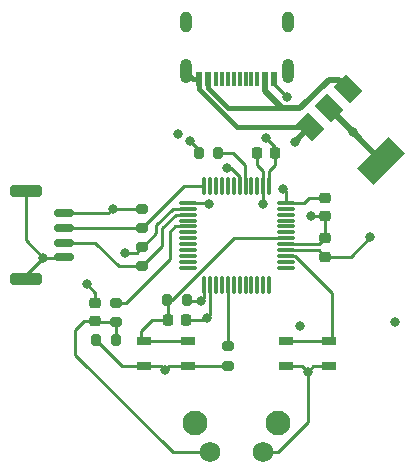
<source format=gbr>
%TF.GenerationSoftware,KiCad,Pcbnew,7.0.7*%
%TF.CreationDate,2023-10-08T16:19:16+08:00*%
%TF.ProjectId,RM_47mm,524d5f34-376d-46d2-9e6b-696361645f70,rev?*%
%TF.SameCoordinates,Original*%
%TF.FileFunction,Copper,L4,Bot*%
%TF.FilePolarity,Positive*%
%FSLAX46Y46*%
G04 Gerber Fmt 4.6, Leading zero omitted, Abs format (unit mm)*
G04 Created by KiCad (PCBNEW 7.0.7) date 2023-10-08 16:19:16*
%MOMM*%
%LPD*%
G01*
G04 APERTURE LIST*
G04 Aperture macros list*
%AMRoundRect*
0 Rectangle with rounded corners*
0 $1 Rounding radius*
0 $2 $3 $4 $5 $6 $7 $8 $9 X,Y pos of 4 corners*
0 Add a 4 corners polygon primitive as box body*
4,1,4,$2,$3,$4,$5,$6,$7,$8,$9,$2,$3,0*
0 Add four circle primitives for the rounded corners*
1,1,$1+$1,$2,$3*
1,1,$1+$1,$4,$5*
1,1,$1+$1,$6,$7*
1,1,$1+$1,$8,$9*
0 Add four rect primitives between the rounded corners*
20,1,$1+$1,$2,$3,$4,$5,0*
20,1,$1+$1,$4,$5,$6,$7,0*
20,1,$1+$1,$6,$7,$8,$9,0*
20,1,$1+$1,$8,$9,$2,$3,0*%
%AMRotRect*
0 Rectangle, with rotation*
0 The origin of the aperture is its center*
0 $1 length*
0 $2 width*
0 $3 Rotation angle, in degrees counterclockwise*
0 Add horizontal line*
21,1,$1,$2,0,0,$3*%
G04 Aperture macros list end*
%TA.AperFunction,SMDPad,CuDef*%
%ADD10RoundRect,0.200000X0.275000X-0.200000X0.275000X0.200000X-0.275000X0.200000X-0.275000X-0.200000X0*%
%TD*%
%TA.AperFunction,SMDPad,CuDef*%
%ADD11RoundRect,0.200000X-0.200000X-0.275000X0.200000X-0.275000X0.200000X0.275000X-0.200000X0.275000X0*%
%TD*%
%TA.AperFunction,SMDPad,CuDef*%
%ADD12RoundRect,0.075000X0.662500X0.075000X-0.662500X0.075000X-0.662500X-0.075000X0.662500X-0.075000X0*%
%TD*%
%TA.AperFunction,SMDPad,CuDef*%
%ADD13RoundRect,0.075000X0.075000X0.662500X-0.075000X0.662500X-0.075000X-0.662500X0.075000X-0.662500X0*%
%TD*%
%TA.AperFunction,SMDPad,CuDef*%
%ADD14R,1.220850X0.660950*%
%TD*%
%TA.AperFunction,SMDPad,CuDef*%
%ADD15R,1.167700X0.647659*%
%TD*%
%TA.AperFunction,SMDPad,CuDef*%
%ADD16R,1.220860X0.646345*%
%TD*%
%TA.AperFunction,SMDPad,CuDef*%
%ADD17R,1.173396X0.650216*%
%TD*%
%TA.AperFunction,SMDPad,CuDef*%
%ADD18RoundRect,0.225000X-0.250000X0.225000X-0.250000X-0.225000X0.250000X-0.225000X0.250000X0.225000X0*%
%TD*%
%TA.AperFunction,SMDPad,CuDef*%
%ADD19RoundRect,0.225000X0.225000X0.250000X-0.225000X0.250000X-0.225000X-0.250000X0.225000X-0.250000X0*%
%TD*%
%TA.AperFunction,SMDPad,CuDef*%
%ADD20RoundRect,0.225000X0.250000X-0.225000X0.250000X0.225000X-0.250000X0.225000X-0.250000X-0.225000X0*%
%TD*%
%TA.AperFunction,SMDPad,CuDef*%
%ADD21R,0.600000X1.240000*%
%TD*%
%TA.AperFunction,SMDPad,CuDef*%
%ADD22R,0.300000X1.240000*%
%TD*%
%TA.AperFunction,ComponentPad*%
%ADD23O,1.000000X1.800000*%
%TD*%
%TA.AperFunction,ComponentPad*%
%ADD24O,1.000000X2.100000*%
%TD*%
%TA.AperFunction,SMDPad,CuDef*%
%ADD25RoundRect,0.150000X0.700000X-0.150000X0.700000X0.150000X-0.700000X0.150000X-0.700000X-0.150000X0*%
%TD*%
%TA.AperFunction,SMDPad,CuDef*%
%ADD26RoundRect,0.250000X1.100000X-0.250000X1.100000X0.250000X-1.100000X0.250000X-1.100000X-0.250000X0*%
%TD*%
%TA.AperFunction,SMDPad,CuDef*%
%ADD27RoundRect,0.200000X-0.275000X0.200000X-0.275000X-0.200000X0.275000X-0.200000X0.275000X0.200000X0*%
%TD*%
%TA.AperFunction,SMDPad,CuDef*%
%ADD28RotRect,2.000000X1.500000X315.000000*%
%TD*%
%TA.AperFunction,SMDPad,CuDef*%
%ADD29RotRect,2.000000X3.800000X315.000000*%
%TD*%
%TA.AperFunction,SMDPad,CuDef*%
%ADD30RoundRect,0.200000X0.200000X0.275000X-0.200000X0.275000X-0.200000X-0.275000X0.200000X-0.275000X0*%
%TD*%
%TA.AperFunction,ComponentPad*%
%ADD31C,2.100000*%
%TD*%
%TA.AperFunction,ComponentPad*%
%ADD32C,1.750000*%
%TD*%
%TA.AperFunction,SMDPad,CuDef*%
%ADD33R,1.251471X0.645202*%
%TD*%
%TA.AperFunction,SMDPad,CuDef*%
%ADD34R,1.195849X0.659990*%
%TD*%
%TA.AperFunction,SMDPad,CuDef*%
%ADD35R,1.251471X0.650765*%
%TD*%
%TA.AperFunction,SMDPad,CuDef*%
%ADD36R,1.195849X0.657460*%
%TD*%
%TA.AperFunction,ViaPad*%
%ADD37C,0.800000*%
%TD*%
%TA.AperFunction,Conductor*%
%ADD38C,0.250000*%
%TD*%
%TA.AperFunction,Conductor*%
%ADD39C,0.500000*%
%TD*%
%TA.AperFunction,Conductor*%
%ADD40C,0.400000*%
%TD*%
G04 APERTURE END LIST*
D10*
%TO.P,R7,1*%
%TO.N,Net-(SW3-3)*%
X139783288Y-107336708D03*
%TO.P,R7,2*%
%TO.N,/Button_LED*%
X139783288Y-105686708D03*
%TD*%
%TO.P,R3,1*%
%TO.N,/SWCLK*%
X142018127Y-99380570D03*
%TO.P,R3,2*%
%TO.N,/VCC_3V3*%
X142018127Y-97730570D03*
%TD*%
D11*
%TO.P,R4,1*%
%TO.N,Earth*%
X146775000Y-93000000D03*
%TO.P,R4,2*%
%TO.N,/BOOT0*%
X148425000Y-93000000D03*
%TD*%
D12*
%TO.P,U1,1,VBAT*%
%TO.N,/VCC_3V3*%
X154162500Y-97250000D03*
%TO.P,U1,2,PC13*%
%TO.N,unconnected-(U1-PC13-Pad2)*%
X154162500Y-97750000D03*
%TO.P,U1,3,PC14*%
%TO.N,unconnected-(U1-PC14-Pad3)*%
X154162500Y-98250000D03*
%TO.P,U1,4,PC15*%
%TO.N,unconnected-(U1-PC15-Pad4)*%
X154162500Y-98750000D03*
%TO.P,U1,5,PD0*%
%TO.N,unconnected-(U1-PD0-Pad5)*%
X154162500Y-99250000D03*
%TO.P,U1,6,PD1*%
%TO.N,unconnected-(U1-PD1-Pad6)*%
X154162500Y-99750000D03*
%TO.P,U1,7,NRST*%
%TO.N,/RESET*%
X154162500Y-100250000D03*
%TO.P,U1,8,VSSA*%
%TO.N,Earth*%
X154162500Y-100750000D03*
%TO.P,U1,9,VDDA*%
%TO.N,/VCC_3V3*%
X154162500Y-101250000D03*
%TO.P,U1,10,PA0*%
%TO.N,/WKUP*%
X154162500Y-101750000D03*
%TO.P,U1,11,PA1*%
%TO.N,unconnected-(U1-PA1-Pad11)*%
X154162500Y-102250000D03*
%TO.P,U1,12,PA2*%
%TO.N,unconnected-(U1-PA2-Pad12)*%
X154162500Y-102750000D03*
D13*
%TO.P,U1,13,PA3*%
%TO.N,unconnected-(U1-PA3-Pad13)*%
X152750000Y-104162500D03*
%TO.P,U1,14,PA4*%
%TO.N,unconnected-(U1-PA4-Pad14)*%
X152250000Y-104162500D03*
%TO.P,U1,15,PA5*%
%TO.N,unconnected-(U1-PA5-Pad15)*%
X151750000Y-104162500D03*
%TO.P,U1,16,PA6*%
%TO.N,unconnected-(U1-PA6-Pad16)*%
X151250000Y-104162500D03*
%TO.P,U1,17,PA7*%
%TO.N,unconnected-(U1-PA7-Pad17)*%
X150750000Y-104162500D03*
%TO.P,U1,18,PB0*%
%TO.N,unconnected-(U1-PB0-Pad18)*%
X150250000Y-104162500D03*
%TO.P,U1,19,PB1*%
%TO.N,unconnected-(U1-PB1-Pad19)*%
X149750000Y-104162500D03*
%TO.P,U1,20,PB2*%
%TO.N,/BOOT1{slash}PB2*%
X149250000Y-104162500D03*
%TO.P,U1,21,PB10*%
%TO.N,unconnected-(U1-PB10-Pad21)*%
X148750000Y-104162500D03*
%TO.P,U1,22,PB11*%
%TO.N,unconnected-(U1-PB11-Pad22)*%
X148250000Y-104162500D03*
%TO.P,U1,23,VSS*%
%TO.N,Earth*%
X147750000Y-104162500D03*
%TO.P,U1,24,VDD*%
%TO.N,/VCC_3V3*%
X147250000Y-104162500D03*
D12*
%TO.P,U1,25,PB12*%
%TO.N,unconnected-(U1-PB12-Pad25)*%
X145837500Y-102750000D03*
%TO.P,U1,26,PB13*%
%TO.N,unconnected-(U1-PB13-Pad26)*%
X145837500Y-102250000D03*
%TO.P,U1,27,PB14*%
%TO.N,unconnected-(U1-PB14-Pad27)*%
X145837500Y-101750000D03*
%TO.P,U1,28,PB15*%
%TO.N,unconnected-(U1-PB15-Pad28)*%
X145837500Y-101250000D03*
%TO.P,U1,29,PA8*%
%TO.N,unconnected-(U1-PA8-Pad29)*%
X145837500Y-100750000D03*
%TO.P,U1,30,PA9*%
%TO.N,unconnected-(U1-PA9-Pad30)*%
X145837500Y-100250000D03*
%TO.P,U1,31,PA10*%
%TO.N,unconnected-(U1-PA10-Pad31)*%
X145837500Y-99750000D03*
%TO.P,U1,32,PA11*%
%TO.N,/Button_LED*%
X145837500Y-99250000D03*
%TO.P,U1,33,PA12*%
%TO.N,unconnected-(U1-PA12-Pad33)*%
X145837500Y-98750000D03*
%TO.P,U1,34,PA13*%
%TO.N,/SWDIO*%
X145837500Y-98250000D03*
%TO.P,U1,35,VSS*%
%TO.N,Earth*%
X145837500Y-97750000D03*
%TO.P,U1,36,VDD*%
%TO.N,/VCC_3V3*%
X145837500Y-97250000D03*
D13*
%TO.P,U1,37,PA14*%
%TO.N,/SWCLK*%
X147250000Y-95837500D03*
%TO.P,U1,38,PA15*%
%TO.N,unconnected-(U1-PA15-Pad38)*%
X147750000Y-95837500D03*
%TO.P,U1,39,PB3*%
%TO.N,unconnected-(U1-PB3-Pad39)*%
X148250000Y-95837500D03*
%TO.P,U1,40,PB4*%
%TO.N,unconnected-(U1-PB4-Pad40)*%
X148750000Y-95837500D03*
%TO.P,U1,41,PB5*%
%TO.N,unconnected-(U1-PB5-Pad41)*%
X149250000Y-95837500D03*
%TO.P,U1,42,PB6*%
%TO.N,unconnected-(U1-PB6-Pad42)*%
X149750000Y-95837500D03*
%TO.P,U1,43,PB7*%
%TO.N,/LED_IN*%
X150250000Y-95837500D03*
%TO.P,U1,44,BOOT0*%
%TO.N,/BOOT0*%
X150750000Y-95837500D03*
%TO.P,U1,45,PB8*%
%TO.N,unconnected-(U1-PB8-Pad45)*%
X151250000Y-95837500D03*
%TO.P,U1,46,PB9*%
%TO.N,unconnected-(U1-PB9-Pad46)*%
X151750000Y-95837500D03*
%TO.P,U1,47,VSS*%
%TO.N,Earth*%
X152250000Y-95837500D03*
%TO.P,U1,48,VDD*%
%TO.N,/VCC_3V3*%
X152750000Y-95837500D03*
%TD*%
D14*
%TO.P,SW2,1,1*%
%TO.N,/WKUP*%
X157855601Y-108919525D03*
D15*
X154145540Y-108926171D03*
D16*
%TO.P,SW2,2,2*%
%TO.N,/VCC_3V3*%
X157855606Y-111076747D03*
D17*
X154148388Y-111074885D03*
%TD*%
D18*
%TO.P,C9,1*%
%TO.N,/VCC_3V3*%
X157480000Y-96805000D03*
%TO.P,C9,2*%
%TO.N,Earth*%
X157480000Y-98355000D03*
%TD*%
D19*
%TO.P,C11,1*%
%TO.N,/VCC_3V3*%
X153275000Y-93000000D03*
%TO.P,C11,2*%
%TO.N,Earth*%
X151725000Y-93000000D03*
%TD*%
%TO.P,C12,1*%
%TO.N,Earth*%
X145705537Y-107172023D03*
%TO.P,C12,2*%
%TO.N,/RESET*%
X144155537Y-107172023D03*
%TD*%
D20*
%TO.P,C13,1*%
%TO.N,Net-(SW3-3)*%
X138039859Y-107289498D03*
%TO.P,C13,2*%
%TO.N,/VCC_3V3*%
X138039859Y-105739498D03*
%TD*%
D21*
%TO.P,J1,A1,GND*%
%TO.N,Earth*%
X146800000Y-86725000D03*
%TO.P,J1,A4,VBUS*%
%TO.N,/VCC_5V*%
X147600000Y-86725000D03*
D22*
%TO.P,J1,A5,CC1*%
%TO.N,unconnected-(J1-CC1-PadA5)*%
X148750000Y-86725000D03*
%TO.P,J1,A6,D+*%
%TO.N,unconnected-(J1-D+-PadA6)*%
X149750000Y-86725000D03*
%TO.P,J1,A7,D-*%
%TO.N,unconnected-(J1-D--PadA7)*%
X150250000Y-86725000D03*
%TO.P,J1,A8,SBU1*%
%TO.N,unconnected-(J1-SBU1-PadA8)*%
X151250000Y-86725000D03*
D21*
%TO.P,J1,A9,VBUS*%
%TO.N,/VCC_5V*%
X152400000Y-86725000D03*
%TO.P,J1,A12,GND*%
%TO.N,Earth*%
X153200000Y-86725000D03*
%TO.P,J1,B1,GND*%
X153200000Y-86725000D03*
%TO.P,J1,B4,VBUS*%
%TO.N,/VCC_5V*%
X152400000Y-86725000D03*
D22*
%TO.P,J1,B5,CC2*%
%TO.N,unconnected-(J1-CC2-PadB5)*%
X151750000Y-86725000D03*
%TO.P,J1,B6,D+*%
%TO.N,unconnected-(J1-D+-PadB6)*%
X150750000Y-86725000D03*
%TO.P,J1,B7,D-*%
%TO.N,unconnected-(J1-D--PadB7)*%
X149250000Y-86725000D03*
%TO.P,J1,B8,SBU2*%
%TO.N,unconnected-(J1-SBU2-PadB8)*%
X148250000Y-86725000D03*
D21*
%TO.P,J1,B9,VBUS*%
%TO.N,/VCC_5V*%
X147600000Y-86725000D03*
%TO.P,J1,B12,GND*%
%TO.N,Earth*%
X146800000Y-86725000D03*
D23*
%TO.P,J1,S1,SHIELD*%
X145680000Y-81925000D03*
D24*
X145680000Y-86125000D03*
D23*
X154320000Y-81925000D03*
D24*
X154320000Y-86125000D03*
%TD*%
D11*
%TO.P,R6,1*%
%TO.N,Earth*%
X138129023Y-108882715D03*
%TO.P,R6,2*%
%TO.N,Net-(SW3-3)*%
X139779023Y-108882715D03*
%TD*%
D25*
%TO.P,J2,1,Pin_1*%
%TO.N,Earth*%
X135350000Y-101875000D03*
%TO.P,J2,2,Pin_2*%
%TO.N,/SWDIO*%
X135350000Y-100625000D03*
%TO.P,J2,3,Pin_3*%
%TO.N,/SWCLK*%
X135350000Y-99375000D03*
%TO.P,J2,4,Pin_4*%
%TO.N,/VCC_3V3*%
X135350000Y-98125000D03*
D26*
%TO.P,J2,MP*%
%TO.N,Earth*%
X132150000Y-103725000D03*
X132150000Y-96275000D03*
%TD*%
D27*
%TO.P,R2,1*%
%TO.N,Earth*%
X142021726Y-100975355D03*
%TO.P,R2,2*%
%TO.N,/SWDIO*%
X142021726Y-102625355D03*
%TD*%
D28*
%TO.P,U2,1,GND*%
%TO.N,Earth*%
X156166268Y-90838959D03*
%TO.P,U2,2,VO*%
%TO.N,/VCC_3V3*%
X157792614Y-89212614D03*
D29*
X162247386Y-93667386D03*
D28*
%TO.P,U2,3,VI*%
%TO.N,/VCC_5V*%
X159418959Y-87586268D03*
%TD*%
D27*
%TO.P,R5,1*%
%TO.N,/BOOT1{slash}PB2*%
X149258680Y-109398485D03*
%TO.P,R5,2*%
%TO.N,Earth*%
X149258680Y-111048485D03*
%TD*%
D30*
%TO.P,R1,1*%
%TO.N,/VCC_3V3*%
X145758826Y-105466261D03*
%TO.P,R1,2*%
%TO.N,/RESET*%
X144108826Y-105466261D03*
%TD*%
D31*
%TO.P,SW3,*%
%TO.N,Earth*%
X146482909Y-115884152D03*
X153492909Y-115884152D03*
D32*
%TO.P,SW3,1,3*%
%TO.N,Net-(SW3-3)*%
X147732909Y-118374152D03*
%TO.P,SW3,2,4*%
%TO.N,/VCC_3V3*%
X152232909Y-118374152D03*
%TD*%
D20*
%TO.P,C10,1*%
%TO.N,/VCC_3V3*%
X157474699Y-101792865D03*
%TO.P,C10,2*%
%TO.N,Earth*%
X157474699Y-100242865D03*
%TD*%
D33*
%TO.P,SW1,1,1*%
%TO.N,/RESET*%
X145871643Y-108929298D03*
D34*
X142150605Y-108920005D03*
D35*
%TO.P,SW1,2,2*%
%TO.N,Earth*%
X145871643Y-111079045D03*
D36*
X142150605Y-111071269D03*
%TD*%
D37*
%TO.N,/VCC_3V3*%
X156014602Y-111564521D03*
X146945372Y-105591240D03*
X139498561Y-97730570D03*
X161294635Y-100164239D03*
X155317912Y-107634484D03*
X145024288Y-91444939D03*
X153932037Y-96057092D03*
X152495852Y-91746808D03*
X137330423Y-104140716D03*
X147629225Y-97348384D03*
X159823557Y-91243557D03*
%TO.N,Earth*%
X133597257Y-101877102D03*
X154297050Y-88284974D03*
X163388735Y-107365477D03*
X152248410Y-97319644D03*
X154905251Y-92074558D03*
X147459286Y-106959729D03*
X146043974Y-92040483D03*
X143942264Y-111435531D03*
X156249949Y-98366155D03*
X140513247Y-101468135D03*
%TO.N,/LED_IN*%
X149187047Y-94312934D03*
%TD*%
D38*
%TO.N,/VCC_3V3*%
X135359404Y-98134404D02*
X135350000Y-98125000D01*
X154160008Y-96454944D02*
X154162500Y-96457436D01*
X147250000Y-105286612D02*
X147250000Y-104162500D01*
X155527242Y-111077161D02*
X153952161Y-111077161D01*
X154165372Y-97247128D02*
X154162500Y-97250000D01*
X153275000Y-94043946D02*
X152750000Y-94568946D01*
X156931834Y-101250000D02*
X157474699Y-101792865D01*
X155713623Y-97247128D02*
X154165372Y-97247128D01*
X146945372Y-105591240D02*
X145883805Y-105591240D01*
X138039859Y-105739498D02*
X138039859Y-104850152D01*
X146945372Y-105591240D02*
X147250000Y-105286612D01*
X156014602Y-111564521D02*
X156499239Y-111079884D01*
X156014602Y-115829895D02*
X156014602Y-111564521D01*
X139498561Y-97730570D02*
X139094727Y-98134404D01*
X153275000Y-92525956D02*
X152495852Y-91746808D01*
X152232909Y-118374152D02*
X153470345Y-118374152D01*
X152750000Y-94568946D02*
X152750000Y-95837500D01*
X153952161Y-111077161D02*
X153950000Y-111075000D01*
X153932037Y-96057092D02*
X153712445Y-95837500D01*
X145758826Y-105466261D02*
X145946239Y-105466261D01*
D39*
X159823557Y-91243557D02*
X162247386Y-93667386D01*
D38*
X156499239Y-111079884D02*
X158070116Y-111079884D01*
X153470345Y-118374152D02*
X156014602Y-115829895D01*
X135337641Y-98137359D02*
X135350000Y-98125000D01*
X138039859Y-104850152D02*
X137330423Y-104140716D01*
X153932037Y-96057092D02*
X154160008Y-96285063D01*
X154162500Y-96457436D02*
X154162500Y-97250000D01*
X139498561Y-97730570D02*
X142018127Y-97730570D01*
X153275000Y-93000000D02*
X153275000Y-94043946D01*
X158070116Y-111079884D02*
X158075000Y-111075000D01*
D39*
X157792614Y-89212614D02*
X159823557Y-91243557D01*
D38*
X159666009Y-101792865D02*
X161294635Y-100164239D01*
X145883805Y-105591240D02*
X145758826Y-105466261D01*
X157474699Y-101792865D02*
X159666009Y-101792865D01*
X157480000Y-96805000D02*
X156155751Y-96805000D01*
X145837500Y-97250000D02*
X147530841Y-97250000D01*
X154162500Y-101250000D02*
X156931834Y-101250000D01*
X154160008Y-96285063D02*
X154160008Y-96454944D01*
X153275000Y-93000000D02*
X153275000Y-92525956D01*
X145696780Y-105767133D02*
X145743491Y-105720422D01*
X156014602Y-111564521D02*
X155527242Y-111077161D01*
X147530841Y-97250000D02*
X147629225Y-97348384D01*
X156155751Y-96805000D02*
X155713623Y-97247128D01*
X139094727Y-98134404D02*
X135359404Y-98134404D01*
%TO.N,Earth*%
X140516871Y-101471759D02*
X140513247Y-101468135D01*
D40*
X146280000Y-86725000D02*
X145680000Y-86125000D01*
D38*
X147459286Y-106959729D02*
X147750000Y-106669015D01*
D40*
X146800000Y-86725000D02*
X146800000Y-87595000D01*
D38*
X141525322Y-101471759D02*
X140516871Y-101471759D01*
X152250000Y-94588612D02*
X152250000Y-95837500D01*
D39*
X156140850Y-90838959D02*
X154905251Y-92074558D01*
D38*
X156166268Y-90838959D02*
X156140850Y-90838959D01*
X145705537Y-107172023D02*
X147246992Y-107172023D01*
X146052411Y-92040483D02*
X146043974Y-92040483D01*
X146075000Y-111075000D02*
X144302795Y-111075000D01*
X145837500Y-97771946D02*
X145840554Y-97775000D01*
D40*
X146800000Y-87595000D02*
X150043959Y-90838959D01*
D38*
X135347898Y-101877102D02*
X135350000Y-101875000D01*
X140321308Y-111075000D02*
X141950000Y-111075000D01*
D40*
X146800000Y-86725000D02*
X146280000Y-86725000D01*
D38*
X157474699Y-100242865D02*
X157474699Y-98360301D01*
X153200000Y-86725000D02*
X153200000Y-87187924D01*
X157474699Y-98360301D02*
X157480000Y-98355000D01*
X132150000Y-103725000D02*
X132150000Y-103324359D01*
X132150000Y-96275000D02*
X132150000Y-100429845D01*
X141950000Y-111075000D02*
X143581733Y-111075000D01*
X142021726Y-100975355D02*
X141525322Y-101471759D01*
X132150000Y-100429845D02*
X133597257Y-101877102D01*
X145837500Y-97750000D02*
X145837500Y-97771946D01*
X132150000Y-103324359D02*
X133597257Y-101877102D01*
X154162500Y-100750000D02*
X156967564Y-100750000D01*
X149258680Y-111048485D02*
X149232165Y-111075000D01*
X146775000Y-93000000D02*
X146775000Y-92763072D01*
X147750000Y-106669015D02*
X147750000Y-104162500D01*
X157480000Y-98355000D02*
X156261104Y-98355000D01*
X153200000Y-87187924D02*
X154297050Y-88284974D01*
X151725000Y-94063612D02*
X152250000Y-94588612D01*
X138129023Y-108882715D02*
X140321308Y-111075000D01*
X143581733Y-111075000D02*
X143942264Y-111435531D01*
X149232165Y-111075000D02*
X146075000Y-111075000D01*
X144302795Y-111075000D02*
X143942264Y-111435531D01*
D40*
X150043959Y-90838959D02*
X156166268Y-90838959D01*
D38*
X144578728Y-97750000D02*
X145837500Y-97750000D01*
X146775000Y-92763072D02*
X146052411Y-92040483D01*
X152248410Y-97319644D02*
X152248410Y-95821322D01*
X152234062Y-95853438D02*
X152250000Y-95837500D01*
X133597257Y-101877102D02*
X135347898Y-101877102D01*
X142021726Y-100975355D02*
X142029610Y-100975355D01*
X151725000Y-93000000D02*
X151725000Y-94063612D01*
X143172059Y-99156669D02*
X144578728Y-97750000D01*
X142029610Y-100975355D02*
X143172059Y-99832906D01*
X143172059Y-99832906D02*
X143172059Y-99156669D01*
X156261104Y-98355000D02*
X156249949Y-98366155D01*
X156967564Y-100750000D02*
X157474699Y-100242865D01*
X147246992Y-107172023D02*
X147459286Y-106959729D01*
%TO.N,/RESET*%
X144108826Y-105466261D02*
X144533906Y-105466261D01*
X146075000Y-108925000D02*
X145965955Y-108925000D01*
X149750167Y-100250000D02*
X154162500Y-100250000D01*
X141925000Y-108925000D02*
X146075000Y-108925000D01*
X144533906Y-105466261D02*
X149750167Y-100250000D01*
X142828080Y-107170229D02*
X144153743Y-107170229D01*
X144153743Y-107170229D02*
X144155537Y-107172023D01*
X141925000Y-108925000D02*
X141925000Y-108073309D01*
X141925000Y-108073309D02*
X142828080Y-107170229D01*
X144155537Y-105512972D02*
X144108826Y-105466261D01*
X144155537Y-107172023D02*
X144155537Y-105512972D01*
%TO.N,/LED_IN*%
X150250000Y-95837500D02*
X150250000Y-95034315D01*
X149528619Y-94312934D02*
X149187047Y-94312934D01*
X150250000Y-95034315D02*
X149528619Y-94312934D01*
%TO.N,/SWCLK*%
X142012557Y-99375000D02*
X142018127Y-99380570D01*
X142018127Y-99380570D02*
X145561197Y-95837500D01*
X145561197Y-95837500D02*
X147250000Y-95837500D01*
X141995702Y-99316211D02*
X141633294Y-99316211D01*
X135350000Y-99375000D02*
X142012557Y-99375000D01*
%TO.N,/SWDIO*%
X143715146Y-100915161D02*
X143715146Y-99394770D01*
X135350000Y-100625000D02*
X138044771Y-100625000D01*
X142021726Y-102625355D02*
X142021726Y-102630077D01*
X142021726Y-102608581D02*
X143715146Y-100915161D01*
X142021726Y-102625355D02*
X142021726Y-102608581D01*
X140045126Y-102625355D02*
X142021726Y-102625355D01*
X144859916Y-98250000D02*
X145837500Y-98250000D01*
X143715146Y-99394770D02*
X144859916Y-98250000D01*
X138044771Y-100625000D02*
X140045126Y-102625355D01*
%TO.N,/BOOT0*%
X148425000Y-93000000D02*
X149689154Y-93000000D01*
X150744812Y-94055658D02*
X150744812Y-95832312D01*
X150744812Y-95832312D02*
X150750000Y-95837500D01*
X149689154Y-93000000D02*
X150744812Y-94055658D01*
%TO.N,/BOOT1{slash}PB2*%
X149000000Y-109175000D02*
X149047866Y-109175000D01*
X149250000Y-109389805D02*
X149258680Y-109398485D01*
X149250000Y-104162500D02*
X149250000Y-109389805D01*
%TO.N,/WKUP*%
X153925000Y-108925000D02*
X158075000Y-108925000D01*
X158075000Y-104859315D02*
X154965685Y-101750000D01*
X158075000Y-108925000D02*
X158075000Y-104859315D01*
X154965685Y-101750000D02*
X154162500Y-101750000D01*
D40*
%TO.N,/VCC_5V*%
X149264209Y-89210681D02*
X153830737Y-89210681D01*
D39*
X152400000Y-86725000D02*
X152400000Y-87779944D01*
X158654462Y-86821771D02*
X159418959Y-87586268D01*
X153830737Y-89210681D02*
X155386544Y-89210681D01*
X155386544Y-89210681D02*
X157775454Y-86821771D01*
D40*
X147600000Y-87546472D02*
X149264209Y-89210681D01*
X147600000Y-86725000D02*
X147600000Y-87546472D01*
D39*
X157775454Y-86821771D02*
X158654462Y-86821771D01*
X152400000Y-87779944D02*
X153830737Y-89210681D01*
X159069030Y-87236339D02*
X159418959Y-87586268D01*
D38*
%TO.N,/Button_LED*%
X144337349Y-102005843D02*
X144337349Y-99695621D01*
X140656484Y-105686708D02*
X144337349Y-102005843D01*
X144782970Y-99250000D02*
X145837500Y-99250000D01*
X144337349Y-99695621D02*
X144782970Y-99250000D01*
X139783288Y-105686708D02*
X140656484Y-105686708D01*
%TO.N,Net-(SW3-3)*%
X139779023Y-108882715D02*
X139779023Y-107340973D01*
X138087069Y-107336708D02*
X138039859Y-107289498D01*
X139783288Y-107336708D02*
X138087069Y-107336708D01*
X147732909Y-118374152D02*
X144619005Y-118374152D01*
X136334693Y-110089840D02*
X136334693Y-107988422D01*
X137033617Y-107289498D02*
X138039859Y-107289498D01*
X144619005Y-118374152D02*
X136334693Y-110089840D01*
X139779023Y-107340973D02*
X139783288Y-107336708D01*
X136334693Y-107988422D02*
X137033617Y-107289498D01*
%TD*%
M02*

</source>
